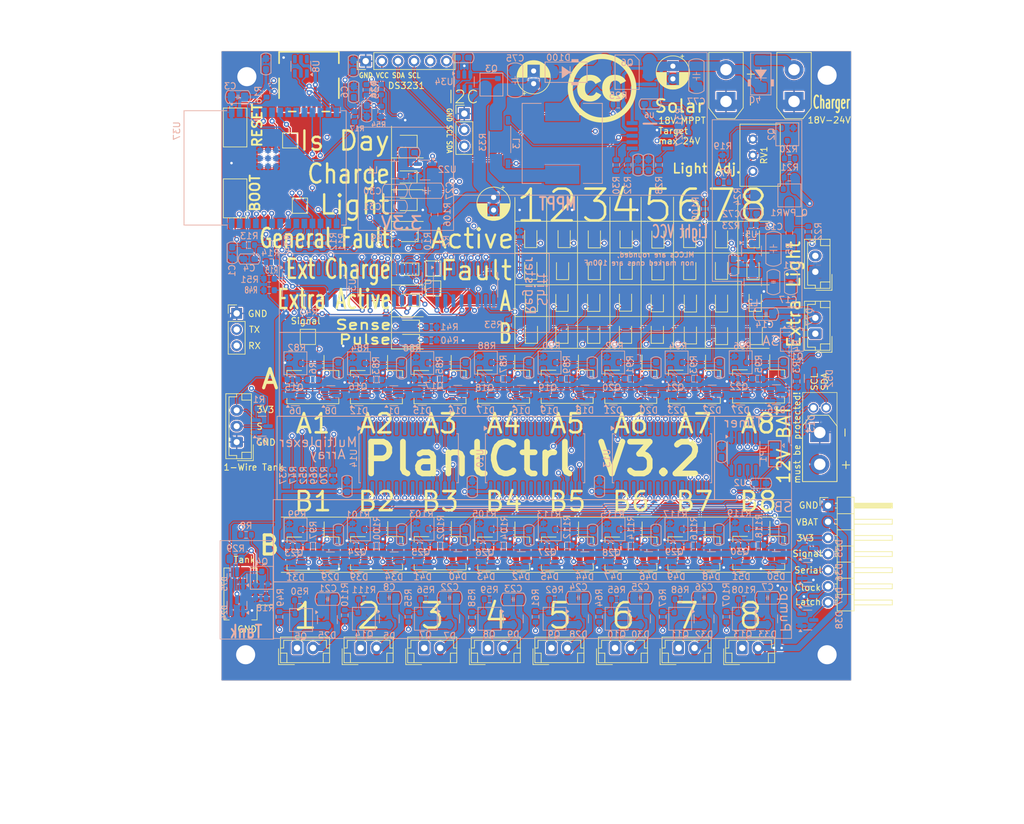
<source format=kicad_pcb>
(kicad_pcb
	(version 20240108)
	(generator "pcbnew")
	(generator_version "8.0")
	(general
		(thickness 1.6)
		(legacy_teardrops no)
	)
	(paper "A4")
	(layers
		(0 "F.Cu" signal)
		(1 "In1.Cu" signal)
		(2 "In2.Cu" signal)
		(31 "B.Cu" signal)
		(32 "B.Adhes" user "B.Adhesive")
		(33 "F.Adhes" user "F.Adhesive")
		(34 "B.Paste" user)
		(35 "F.Paste" user)
		(36 "B.SilkS" user "B.Silkscreen")
		(37 "F.SilkS" user "F.Silkscreen")
		(38 "B.Mask" user)
		(39 "F.Mask" user)
		(40 "Dwgs.User" user "User.Drawings")
		(41 "Cmts.User" user "User.Comments")
		(42 "Eco1.User" user "User.Eco1")
		(43 "Eco2.User" user "User.Eco2")
		(44 "Edge.Cuts" user)
		(45 "Margin" user)
		(46 "B.CrtYd" user "B.Courtyard")
		(47 "F.CrtYd" user "F.Courtyard")
		(48 "B.Fab" user)
		(49 "F.Fab" user)
	)
	(setup
		(stackup
			(layer "F.SilkS"
				(type "Top Silk Screen")
			)
			(layer "F.Paste"
				(type "Top Solder Paste")
			)
			(layer "F.Mask"
				(type "Top Solder Mask")
				(thickness 0.01)
			)
			(layer "F.Cu"
				(type "copper")
				(thickness 0.035)
			)
			(layer "dielectric 1"
				(type "prepreg")
				(thickness 0.1)
				(material "FR4")
				(epsilon_r 4.5)
				(loss_tangent 0.02)
			)
			(layer "In1.Cu"
				(type "copper")
				(thickness 0.035)
			)
			(layer "dielectric 2"
				(type "core")
				(thickness 1.24)
				(material "FR4")
				(epsilon_r 4.5)
				(loss_tangent 0.02)
			)
			(layer "In2.Cu"
				(type "copper")
				(thickness 0.035)
			)
			(layer "dielectric 3"
				(type "prepreg")
				(thickness 0.1)
				(material "FR4")
				(epsilon_r 4.5)
				(loss_tangent 0.02)
			)
			(layer "B.Cu"
				(type "copper")
				(thickness 0.035)
			)
			(layer "B.Mask"
				(type "Bottom Solder Mask")
				(thickness 0.01)
			)
			(layer "B.Paste"
				(type "Bottom Solder Paste")
			)
			(layer "B.SilkS"
				(type "Bottom Silk Screen")
			)
			(copper_finish "HAL lead-free")
			(dielectric_constraints no)
		)
		(pad_to_mask_clearance 0.05)
		(allow_soldermask_bridges_in_footprints no)
		(aux_axis_origin 68.58 26.67)
		(grid_origin 68.58 26.67)
		(pcbplotparams
			(layerselection 0x003ffff_ffffffff)
			(plot_on_all_layers_selection 0x0000000_00000000)
			(disableapertmacros no)
			(usegerberextensions no)
			(usegerberattributes no)
			(usegerberadvancedattributes no)
			(creategerberjobfile no)
			(dashed_line_dash_ratio 12.000000)
			(dashed_line_gap_ratio 3.000000)
			(svgprecision 4)
			(plotframeref no)
			(viasonmask no)
			(mode 1)
			(useauxorigin no)
			(hpglpennumber 1)
			(hpglpenspeed 20)
			(hpglpendiameter 15.000000)
			(pdf_front_fp_property_popups yes)
			(pdf_back_fp_property_popups yes)
			(dxfpolygonmode yes)
			(dxfimperialunits yes)
			(dxfusepcbnewfont yes)
			(psnegative no)
			(psa4output no)
			(plotreference yes)
			(plotvalue yes)
			(plotfptext yes)
			(plotinvisibletext no)
			(sketchpadsonfab no)
			(subtractmaskfromsilk no)
			(outputformat 1)
			(mirror no)
			(drillshape 0)
			(scaleselection 1)
			(outputdirectory "gerber/")
		)
	)
	(net 0 "")
	(net 1 "EN")
	(net 2 "VBAT")
	(net 3 "GND")
	(net 4 "S1")
	(net 5 "G1")
	(net 6 "3_3V")
	(net 7 "Temp")
	(net 8 "S2")
	(net 9 "G2")
	(net 10 "S3")
	(net 11 "Net-(U22-BST)")
	(net 12 "Net-(PUMP2-Pin_1)")
	(net 13 "PUMP_ENABLE")
	(net 14 "TANK_SENSOR")
	(net 15 "Net-(PUMP3-Pin_1)")
	(net 16 "Net-(PUMP4-Pin_1)")
	(net 17 "Net-(PUMP1-Pin_1)")
	(net 18 "Net-(PUMP5-Pin_1)")
	(net 19 "Net-(PUMP6-Pin_1)")
	(net 20 "Net-(PUMP7-Pin_1)")
	(net 21 "Net-(PUMP8-Pin_1)")
	(net 22 "SerialOut")
	(net 23 "Clock")
	(net 24 "Latch")
	(net 25 "Net-(Q1-G)")
	(net 26 "G3")
	(net 27 "ESP_RX")
	(net 28 "ESP_TX")
	(net 29 "Net-(Boot1-Pad2)")
	(net 30 "SDA")
	(net 31 "SCL")
	(net 32 "G4")
	(net 33 "S4")
	(net 34 "Net-(D10-K)")
	(net 35 "Net-(Q5-G)")
	(net 36 "G5")
	(net 37 "Net-(Q7-G)")
	(net 38 "Net-(Q8-G)")
	(net 39 "Net-(Q9-G)")
	(net 40 "Net-(Q10-G)")
	(net 41 "Net-(Q11-G)")
	(net 42 "Net-(Q4-G)")
	(net 43 "Net-(Q13-G)")
	(net 44 "Net-(Q14-G)")
	(net 45 "Net-(D78-A)")
	(net 46 "S5")
	(net 47 "Net-(C5-Pad2)")
	(net 48 "S6")
	(net 49 "G6")
	(net 50 "S7")
	(net 51 "PUMP1")
	(net 52 "G7")
	(net 53 "PUMP3")
	(net 54 "G8")
	(net 55 "Net-(R14-Pad2)")
	(net 56 "PUMP4")
	(net 57 "PUMP5")
	(net 58 "PUMP6")
	(net 59 "PUMP7")
	(net 60 "PUMP8")
	(net 61 "PUMP2")
	(net 62 "unconnected-(U37-IO0-Pad8)")
	(net 63 "unconnected-(U37-IO1-Pad9)")
	(net 64 "Net-(D78-K)")
	(net 65 "S8")
	(net 66 "SIGNAL")
	(net 67 "SerialIn")
	(net 68 "S9")
	(net 69 "G9")
	(net 70 "S10")
	(net 71 "G10")
	(net 72 "G11")
	(net 73 "S11")
	(net 74 "G12")
	(net 75 "S12")
	(net 76 "S13")
	(net 77 "G13")
	(net 78 "S14")
	(net 79 "G14")
	(net 80 "S15")
	(net 81 "G15")
	(net 82 "S16")
	(net 83 "G16")
	(net 84 "CD1")
	(net 85 "CD2")
	(net 86 "CD3")
	(net 87 "CD4")
	(net 88 "CD5")
	(net 89 "Net-(D10-A)")
	(net 90 "Net-(D2-K)")
	(net 91 "CD6")
	(net 92 "CD7")
	(net 93 "Net-(U2-CV)")
	(net 94 "CD8")
	(net 95 "CD9")
	(net 96 "CD10")
	(net 97 "CD11")
	(net 98 "CD12")
	(net 99 "CD13")
	(net 100 "CD14")
	(net 101 "CD15")
	(net 102 "CD16")
	(net 103 "1K_3_3")
	(net 104 "Net-(P_FAULT1-K)")
	(net 105 "CD_Probe")
	(net 106 "SENSORS_ON")
	(net 107 "Net-(CD1-K)")
	(net 108 "Net-(SIGNAL1-K)")
	(net 109 "MS4")
	(net 110 "MS1")
	(net 111 "MS0")
	(net 112 "MS3")
	(net 113 "MS2")
	(net 114 "unconnected-(U2-DIS-Pad7)")
	(net 115 "IsDay")
	(net 116 "S_VIN")
	(net 117 "5K_VBAT")
	(net 118 "Net-(U1-QH')")
	(net 119 "Net-(U3-QH')")
	(net 120 "/Light_In")
	(net 121 "Net-(U5-BST)")
	(net 122 "Net-(Q2-G)")
	(net 123 "Net-(Q2-D)")
	(net 124 "Net-(Q_PWR1-G)")
	(net 125 "Net-(Q_PWR1-D)")
	(net 126 "LED_ENABLE")
	(net 127 "Net-(I2C3-A)")
	(net 128 "Net-(R24-Pad2)")
	(net 129 "Net-(U5-FB)")
	(net 130 "/Light+")
	(net 131 "Net-(U6-VG)")
	(net 132 "Net-(C19-Pad1)")
	(net 133 "Net-(D98-K)")
	(net 134 "Net-(D98-A)")
	(net 135 "Net-(D100-K)")
	(net 136 "Net-(L3-Pad2)")
	(net 137 "Net-(Q6-G)")
	(net 138 "Net-(U6-MPPT)")
	(net 139 "Net-(U6-COM)")
	(net 140 "Net-(U6-BAT)")
	(net 141 "Net-(U6-FB)")
	(net 142 "Net-(U6-CSP)")
	(net 143 "/3_3IN")
	(net 144 "/Light_cool")
	(net 145 "/3_3V_cool")
	(net 146 "Net-(Q3-S)")
	(net 147 "Net-(U34-VCAP)")
	(net 148 "Net-(Q3-G)")
	(net 149 "Net-(J3-Pin_1)")
	(net 150 "ENABLE_TANK")
	(net 151 "Net-(Q15-B)")
	(net 152 "Net-(Q17-B)")
	(net 153 "Net-(Q18-B)")
	(net 154 "Net-(Q19-B)")
	(net 155 "Net-(Q20-B)")
	(net 156 "Net-(Q21-B)")
	(net 157 "Net-(Q22-B)")
	(net 158 "Net-(Q23-B)")
	(net 159 "Net-(Q24-B)")
	(net 160 "Net-(Q25-B)")
	(net 161 "Net-(Q26-B)")
	(net 162 "Net-(Q27-B)")
	(net 163 "Net-(Q28-B)")
	(net 164 "Net-(Q29-B)")
	(net 165 "Net-(Q30-B)")
	(net 166 "unconnected-(U37-IO8-Pad10)")
	(net 167 "Net-(D11-A)")
	(net 168 "Net-(JP1-C)")
	(net 169 "unconnected-(U37-NC-Pad22)")
	(net 170 "USB_D-")
	(net 171 "unconnected-(U37-IO4-Pad4)")
	(net 172 "USB_D+")
	(net 173 "BOOT_SEL")
	(net 174 "WARN_LED")
	(net 175 "Net-(Q15-C)")
	(net 176 "Net-(Q16-C)")
	(net 177 "Net-(Q17-C)")
	(net 178 "Net-(Q18-C)")
	(net 179 "Net-(Q19-C)")
	(net 180 "Net-(Q20-C)")
	(net 181 "Net-(Q21-C)")
	(net 182 "Net-(Q22-C)")
	(net 183 "Net-(Q23-C)")
	(net 184 "Net-(Q24-C)")
	(net 185 "Net-(Q25-C)")
	(net 186 "Net-(Q26-C)")
	(net 187 "Net-(Q27-C)")
	(net 188 "Net-(Q28-C)")
	(net 189 "Net-(Q29-C)")
	(net 190 "Net-(Q30-C)")
	(net 191 "Net-(Q16-B)")
	(net 192 "FAULT1")
	(net 193 "FAULT2")
	(net 194 "FAULT3")
	(net 195 "FAULT4")
	(net 196 "FAULT5")
	(net 197 "FAULT6")
	(net 198 "FAULT7")
	(net 199 "FAULT8")
	(net 200 "OE")
	(net 201 "unconnected-(U8-I{slash}O2-Pad4)")
	(net 202 "unconnected-(USB1-ID-Pad4)")
	(net 203 "SQW")
	(net 204 "32K")
	(net 205 "USB_BUS")
	(net 206 "unconnected-(U8-I{slash}O1-Pad6)")
	(net 207 "Net-(U3-QH)")
	(net 208 "Net-(U3-QG)")
	(footprint "Connector_JST:JST_PH_B2B-PH-SM4-TB_1x02-1MP_P2.00mm_Vertical" (layer "F.Cu") (at 204.58 117.92 180))
	(footprint "Button_Switch_SMD:SW_SPST_CK_RS282G05A3" (layer "F.Cu") (at 172.33 52.67 90))
	(footprint "Connector_JST:JST_PH_B2B-PH-SM4-TB_1x02-1MP_P2.00mm_Vertical" (layer "F.Cu") (at 194.555 91.77 180))
	(footprint "Connector_AMASS:AMASS_XT30UPB-M_1x02_P5.0mm_Vertical" (layer "F.Cu") (at 249.53 48.57 90))
	(footprint "LED_SMD:LED_0805_2012Metric" (layer "F.Cu") (at 199.53 74.9575 180))
	(footprint "easyeda2kicad:MINI-USB-SMD_UX-144S-ACP5" (layer "F.Cu") (at 183.95 46.595 180))
	(footprint "Button_Switch_SMD:SW_SPST_CK_RS282G05A3" (layer "F.Cu") (at 172.33 63.82 -90))
	(footprint "LED_SMD:LED_0805_2012Metric" (layer "F.Cu") (at 223.73 84.945 90))
	(footprint "LED_SMD:LED_0805_2012Metric" (layer "F.Cu") (at 218.83 74.8825 90))
	(footprint "LED_SMD:LED_0805_2012Metric" (layer "F.Cu") (at 228.83 74.92 90))
	(footprint "LED_SMD:LED_0805_2012Metric" (layer "F.Cu") (at 243.93 80.02 90))
	(footprint "Connector_JST:JST_PH_B2B-PH-SM4-TB_1x02-1MP_P2.00mm_Vertical" (layer "F.Cu") (at 254.655 91.67 180))
	(footprint "LED_SMD:LED_0805_2012Metric" (layer "F.Cu") (at 238.73 84.945 90))
	(footprint "kicad-stuff:AMASS_XT30UPB+DATA-M_1x02_P5.0mm_Vertical" (layer "F.Cu") (at 264.28 100.67 -90))
	(footprint "LED_SMD:LED_0805_2012Metric" (layer "F.Cu") (at 243.93 85.045 90))
	(footprint "Connector_JST:JST_PH_B2B-PH-SM4-TB_1x02-1MP_P2.00mm_Vertical" (layer "F.Cu") (at 184.58 117.97 180))
	(footprint "LED_SMD:LED_0805_2012Metric" (layer "F.Cu") (at 199.655 86.195 180))
	(footprint "Connector_AMASS:AMASS_XT30UPB-F_1x02_P5.0mm_Vertical" (layer "F.Cu") (at 260.23 48.57 90))
	(footprint "Connector_JST:JST_PH_B2B-PH-SM4-TB_1x02-1MP_P2.00mm_Vertical" (layer "F.Cu") (at 254.68 117.87 180))
	(footprint "Connector_JST:JST_EH_B2B-EH-A_1x02_P2.50mm_Vertical" (layer "F.Cu") (at 232.08 134.575))
	(footprint "Connector_JST:JST_EH_B2B-EH-A_1x02_P2.50mm_Vertical" (layer "F.Cu") (at 242.08 134.575))
	(footprint "Connector_JST:JST_EH_B2B-EH-A_1x02_P2.50mm_Vertical" (layer "F.Cu") (at 263.58 85.12 90))
	(footprint "LED_SMD:LED_0805_2012Metric" (layer "F.Cu") (at 248.83 85.145 90))
	(footprint "LED_SMD:LED_0805_2012Metric" (layer "F.Cu") (at 248.83 80.02 90))
	(footprint "Connector_JST:JST_EH_B3B-EH-A_1x03_P2.50mm_Vertical" (layer "F.Cu") (at 172.58 102.17 90))
	(footprint "Connector_JST:JST_PH_B2B-PH-SM4-TB_1x02-1MP_P2.00mm_Vertical" (layer "F.Cu") (at 224.58 117.97 180))
	(footprint "LED_SMD:LED_0805_2012Metric" (layer "F.Cu") (at 199.43 69.6575 180))
	(footprint "Connector_PinHeader_2.54mm:PinHeader_1x07_P2.54mm_Horizontal" (layer "F.Cu") (at 265.58 112.17))
	(footprint "LED_SMD:LED_0805_2012Metric" (layer "F.Cu") (at 218.93 84.945 90))
	(footprint "LED_SMD:LED_0805_2012Metric"
		(layer "F.Cu")
		(uuid "38c660a9-1b7f-4b5b-b61c-be652783af9f")
		(at 243.83 69.8825 90)
		(descr "LED SMD 0805 (2012 Metric), square (rectangular) end terminal, IPC_7351 nominal, (Body size source: https://docs.google.com/spreadsheets/d/1BsfQQcO9C6DZCsRaXUlFlo91Tg2WpOkGARC1WS5S8t0/edit?usp=sharing), generated with kicad-footprint-generator")
		(tags "LED")
		(property "Reference" "PUMP_D6"
			(at 0 -1.65 90)
			(layer "F.SilkS")
			(hide yes)
			(uuid "44bbbf26-a62d-4436-b514-b825e281b3ce")
			(effects
				(font
					(size 1 1)
					(thickness 0.15)
				)
			)
		)
		(property "Value" "BLUE"
			(at 0 1.65 90)
			(layer "F.Fab")
			(uuid "8a8574fa-8ef6-410c-870d-c44e0d85d060")
			(effects
				(font
					(size 1 1)
					(thickness 0.15)
				)
			)
		)
		(property "Footprint" "LED_SMD:LED_0805_2012Metric"
			(at 0 0 90)
			(unlocked yes)
			(layer "F.Fab")
			(hide yes)
			(uuid "0bbef73a-c570-477f-a1a4-ae99308a1abe")
			(effects
				(font
					(size 1.27 1.27)
					(thickness 0.15)
				)
			)
		)
		(property "Datasheet" ""
			(at 0 0 90)
			(unlocked yes)
			(layer "F.Fab")
			(hide yes)
			(uuid "1ae939cc-3500-4eee-8197-2ae48b6e6729")
			(effects
				(font
					(size 1.27 1.27)
					(thickness 0.15)
				)
			)
		)
		(property "Description" ""
			(at 0 0 90)
			(unlocked yes)
			(layer "F.Fab")
			(hide yes)
			(uuid "f1e07697-0ac1-494e-b33a-d9f9652f33ce")
			(effects
				(font
					(size 1.27 1.27)
					(thickness 0.15)
				)
			)
		)
		(property "LCSC_PART_NUMBER" "C205441"
			(at 0 0 0)
			(layer "F.Fab")
			(hide
... [4676281 chars truncated]
</source>
